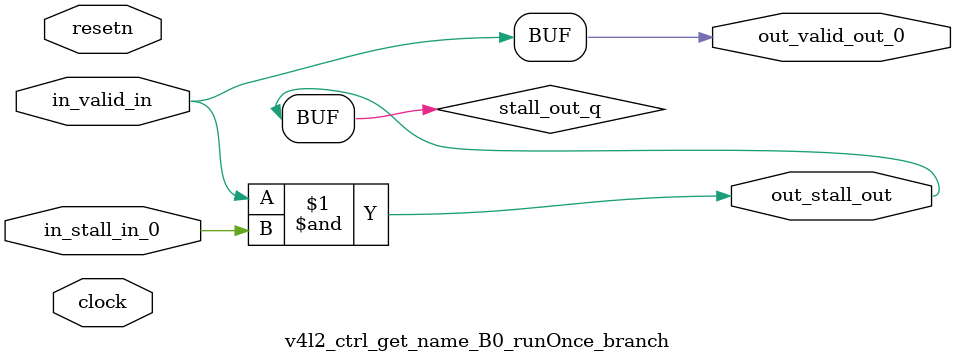
<source format=sv>



(* altera_attribute = "-name AUTO_SHIFT_REGISTER_RECOGNITION OFF; -name MESSAGE_DISABLE 10036; -name MESSAGE_DISABLE 10037; -name MESSAGE_DISABLE 14130; -name MESSAGE_DISABLE 14320; -name MESSAGE_DISABLE 15400; -name MESSAGE_DISABLE 14130; -name MESSAGE_DISABLE 10036; -name MESSAGE_DISABLE 12020; -name MESSAGE_DISABLE 12030; -name MESSAGE_DISABLE 12010; -name MESSAGE_DISABLE 12110; -name MESSAGE_DISABLE 14320; -name MESSAGE_DISABLE 13410; -name MESSAGE_DISABLE 113007; -name MESSAGE_DISABLE 10958" *)
module v4l2_ctrl_get_name_B0_runOnce_branch (
    input wire [0:0] in_stall_in_0,
    input wire [0:0] in_valid_in,
    output wire [0:0] out_stall_out,
    output wire [0:0] out_valid_out_0,
    input wire clock,
    input wire resetn
    );

    wire [0:0] stall_out_q;


    // stall_out(LOGICAL,6)
    assign stall_out_q = in_valid_in & in_stall_in_0;

    // out_stall_out(GPOUT,4)
    assign out_stall_out = stall_out_q;

    // out_valid_out_0(GPOUT,5)
    assign out_valid_out_0 = in_valid_in;

endmodule

</source>
